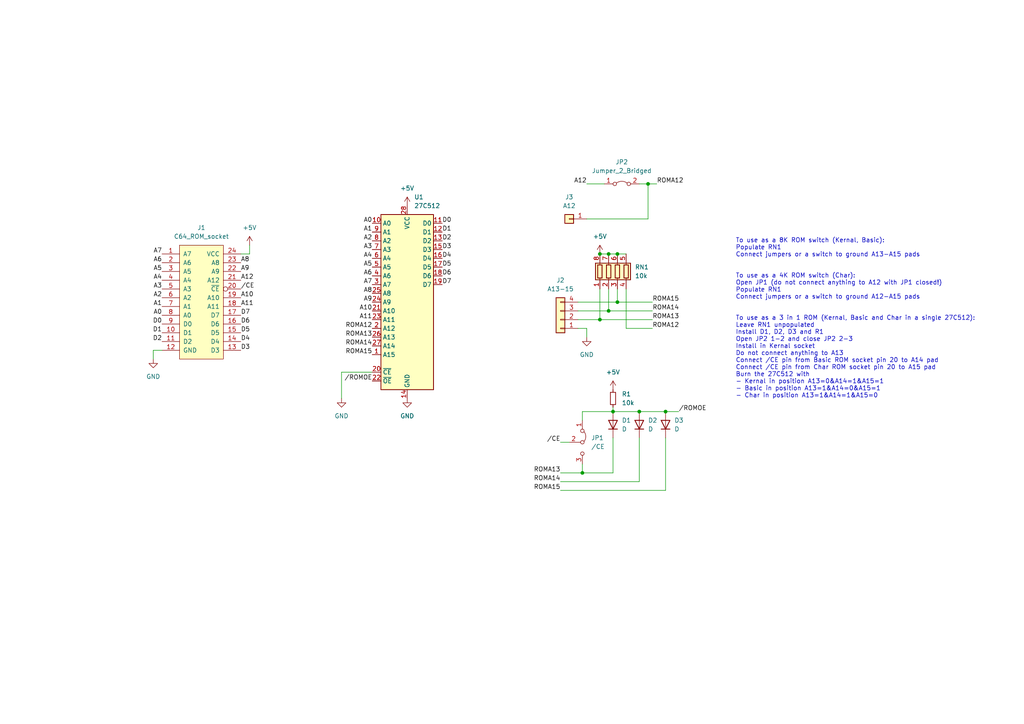
<source format=kicad_sch>
(kicad_sch (version 20230121) (generator eeschema)
  (paper "A4")
  (title_block (title "C64-ROM") (date "2023-02-19") (rev "v0.1") (company "FLACO 2023") (comment 1 "Adapted from https://github.com/SukkoPera/Open2327RomAdapter"))
  (lib_symbols
    (symbol "Connector_Generic:Conn_01x01" (pin_names (offset 1.016) hide)
      (property "Reference" "J" (at 0 2.54 0))
      (property "Value" "Conn_01x01" (at 0 -2.54 0))
      (symbol "Conn_01x01_1_1"
        (rectangle (start -1.27 0.127) (end 0 -0.127) (stroke (width 0.1524)))
        (rectangle (start -1.27 1.27) (end 1.27 -1.27) (stroke (width 0.254)) (fill (type background)))
        (pin passive line (at -5.08 0 0) (length 3.81) (name "Pin_1") (number "1"))
      )
    )
    (symbol "Connector_Generic:Conn_01x04" (pin_names (offset 1.016) hide)
      (property "Reference" "J" (at 0 5.08 0))
      (property "Value" "Conn_01x04" (at 0 -7.62 0))
      (symbol "Conn_01x04_1_1"
        (rectangle (start -1.27 -4.953) (end 0 -5.207) (stroke (width 0.1524)))
        (rectangle (start -1.27 -2.413) (end 0 -2.667) (stroke (width 0.1524)))
        (rectangle (start -1.27 0.127) (end 0 -0.127) (stroke (width 0.1524)))
        (rectangle (start -1.27 2.667) (end 0 2.413) (stroke (width 0.1524)))
        (rectangle (start -1.27 3.81) (end 1.27 -6.35) (stroke (width 0.254)) (fill (type background)))
        (pin passive line (at -5.08 2.54 0) (length 3.81) (name "Pin_1") (number "1"))
        (pin passive line (at -5.08 0 0) (length 3.81) (name "Pin_2") (number "2"))
        (pin passive line (at -5.08 -2.54 0) (length 3.81) (name "Pin_3") (number "3"))
        (pin passive line (at -5.08 -5.08 0) (length 3.81) (name "Pin_4") (number "4"))
      )
    )
    (symbol "Device:D" (pin_numbers hide) (pin_names (offset 1.016) hide)
      (property "Reference" "D" (at 0 2.54 0))
      (property "Value" "D" (at 0 -2.54 0))
      (symbol "D_0_1"
        (polyline (pts (xy -1.27 1.27) (xy -1.27 -1.27)) (stroke (width 0.254)))
        (polyline (pts (xy 1.27 0) (xy -1.27 0)))
        (polyline (pts (xy 1.27 1.27) (xy 1.27 -1.27) (xy -1.27 0) (xy 1.27 1.27)) (stroke (width 0.254)))
      )
      (symbol "D_1_1"
        (pin passive line (at -3.81 0 0) (length 2.54) (name "K") (number "1"))
        (pin passive line (at 3.81 0 180) (length 2.54) (name "A") (number "2"))
      )
    )
    (symbol "Device:R_Pack04" (pin_names (offset 0) hide)
      (property "Reference" "RN" (at -7.62 0 90))
      (property "Value" "R_Pack04" (at 5.08 0 90))
      (symbol "R_Pack04_0_1"
        (rectangle (start -6.35 -2.413) (end 3.81 2.413) (stroke (width 0.254)) (fill (type background)))
        (rectangle (start -5.715 1.905) (end -4.445 -1.905) (stroke (width 0.254)))
        (rectangle (start -3.175 1.905) (end -1.905 -1.905) (stroke (width 0.254)))
        (rectangle (start -0.635 1.905) (end 0.635 -1.905) (stroke (width 0.254)))
        (polyline (pts (xy -5.08 -2.54) (xy -5.08 -1.905)))
        (polyline (pts (xy -5.08 1.905) (xy -5.08 2.54)))
        (polyline (pts (xy -2.54 -2.54) (xy -2.54 -1.905)))
        (polyline (pts (xy -2.54 1.905) (xy -2.54 2.54)))
        (polyline (pts (xy 0 -2.54) (xy 0 -1.905)))
        (polyline (pts (xy 0 1.905) (xy 0 2.54)))
        (polyline (pts (xy 2.54 -2.54) (xy 2.54 -1.905)))
        (polyline (pts (xy 2.54 1.905) (xy 2.54 2.54)))
        (rectangle (start 1.905 1.905) (end 3.175 -1.905) (stroke (width 0.254)))
      )
      (symbol "R_Pack04_1_1"
        (pin passive line (at -5.08 -5.08 90) (length 2.54) (name "R1.1") (number "1"))
        (pin passive line (at -2.54 -5.08 90) (length 2.54) (name "R2.1") (number "2"))
        (pin passive line (at 0 -5.08 90) (length 2.54) (name "R3.1") (number "3"))
        (pin passive line (at 2.54 -5.08 90) (length 2.54) (name "R4.1") (number "4"))
        (pin passive line (at 2.54 5.08 270) (length 2.54) (name "R4.2") (number "5"))
        (pin passive line (at 0 5.08 270) (length 2.54) (name "R3.2") (number "6"))
        (pin passive line (at -2.54 5.08 270) (length 2.54) (name "R2.2") (number "7"))
        (pin passive line (at -5.08 5.08 270) (length 2.54) (name "R1.2") (number "8"))
      )
    )
    (symbol "Device:R_Small" (pin_numbers hide) (pin_names (offset 0.254) hide)
      (property "Reference" "R" (at 0.762 0.508 0))
      (property "Value" "R_Small" (at 0.762 -1.016 0))
      (symbol "R_Small_0_1"
        (rectangle (start -0.762 1.778) (end 0.762 -1.778) (stroke (width 0.2032)))
      )
      (symbol "R_Small_1_1"
        (pin passive line (at 0 2.54 270) (length 0.762) (name "~") (number "1"))
        (pin passive line (at 0 -2.54 90) (length 0.762) (name "~") (number "2"))
      )
    )
    (symbol "Jumper:Jumper_2_Bridged" (pin_names (offset 0) hide)
      (property "Reference" "JP" (at 0 1.905 0))
      (property "Value" "Jumper_2_Bridged" (at 0 -2.54 0))
      (symbol "Jumper_2_Bridged_0_0"
        (circle (center -2.032 0) (radius 0.508))
        (circle (center 2.032 0) (radius 0.508))
      )
      (symbol "Jumper_2_Bridged_0_1"
        (arc (start 1.524 0.254) (mid 0 0.762) (end -1.524 0.254))
      )
      (symbol "Jumper_2_Bridged_1_1"
        (pin passive line (at -5.08 0 0) (length 2.54) (name "A") (number "1"))
        (pin passive line (at 5.08 0 180) (length 2.54) (name "B") (number "2"))
      )
    )
    (symbol "Jumper:Jumper_3_Bridged12" (pin_names (offset 0) hide)
      (property "Reference" "JP" (at -2.54 -2.54 0))
      (property "Value" "Jumper_3_Bridged12" (at 0 2.794 0))
      (symbol "Jumper_3_Bridged12_0_0"
        (circle (center -3.302 0) (radius 0.508))
        (circle (center 0 0) (radius 0.508))
        (circle (center 3.302 0) (radius 0.508))
      )
      (symbol "Jumper_3_Bridged12_0_1"
        (arc (start -0.254 0.508) (mid -1.651 0.9912) (end -3.048 0.508))
        (polyline (pts (xy 0 -1.27) (xy 0 -0.508)))
      )
      (symbol "Jumper_3_Bridged12_1_1"
        (pin passive line (at -6.35 0 0) (length 2.54) (name "A") (number "1"))
        (pin passive line (at 0 -3.81 90) (length 2.54) (name "C") (number "2"))
        (pin passive line (at 6.35 0 180) (length 2.54) (name "B") (number "3"))
      )
    )
    (symbol "Memory_EPROM:27C512"
      (property "Reference" "U" (at -7.62 26.67 0))
      (property "Value" "27C512" (at 2.54 -26.67 0))
      (symbol "27C512_1_1"
        (rectangle (start -7.62 25.4) (end 7.62 -25.4) (stroke (width 0.254)) (fill (type background)))
        (pin input line (at -10.16 -15.24 0) (length 2.54) (name "A15") (number "1"))
        (pin input line (at -10.16 22.86 0) (length 2.54) (name "A0") (number "10"))
        (pin tri_state line (at 10.16 22.86 180) (length 2.54) (name "D0") (number "11"))
        (pin tri_state line (at 10.16 20.32 180) (length 2.54) (name "D1") (number "12"))
        (pin tri_state line (at 10.16 17.78 180) (length 2.54) (name "D2") (number "13"))
        (pin power_in line (at 0 -27.94 90) (length 2.54) (name "GND") (number "14"))
        (pin tri_state line (at 10.16 15.24 180) (length 2.54) (name "D3") (number "15"))
        (pin tri_state line (at 10.16 12.7 180) (length 2.54) (name "D4") (number "16"))
        (pin tri_state line (at 10.16 10.16 180) (length 2.54) (name "D5") (number "17"))
        (pin tri_state line (at 10.16 7.62 180) (length 2.54) (name "D6") (number "18"))
        (pin tri_state line (at 10.16 5.08 180) (length 2.54) (name "D7") (number "19"))
        (pin input line (at -10.16 -7.62 0) (length 2.54) (name "A12") (number "2"))
        (pin input line (at -10.16 -20.32 0) (length 2.54) (name "~{CE}") (number "20"))
        (pin input line (at -10.16 -2.54 0) (length 2.54) (name "A10") (number "21"))
        (pin input line (at -10.16 -22.86 0) (length 2.54) (name "~{OE}") (number "22"))
        (pin input line (at -10.16 -5.08 0) (length 2.54) (name "A11") (number "23"))
        (pin input line (at -10.16 0 0) (length 2.54) (name "A9") (number "24"))
        (pin input line (at -10.16 2.54 0) (length 2.54) (name "A8") (number "25"))
        (pin input line (at -10.16 -10.16 0) (length 2.54) (name "A13") (number "26"))
        (pin input line (at -10.16 -12.7 0) (length 2.54) (name "A14") (number "27"))
        (pin power_in line (at 0 27.94 270) (length 2.54) (name "VCC") (number "28"))
        (pin input line (at -10.16 5.08 0) (length 2.54) (name "A7") (number "3"))
        (pin input line (at -10.16 7.62 0) (length 2.54) (name "A6") (number "4"))
        (pin input line (at -10.16 10.16 0) (length 2.54) (name "A5") (number "5"))
        (pin input line (at -10.16 12.7 0) (length 2.54) (name "A4") (number "6"))
        (pin input line (at -10.16 15.24 0) (length 2.54) (name "A3") (number "7"))
        (pin input line (at -10.16 17.78 0) (length 2.54) (name "A2") (number "8"))
        (pin input line (at -10.16 20.32 0) (length 2.54) (name "A1") (number "9"))
      )
    )
    (symbol "Sassa:C64_ROM_socket" (pin_names (offset 1.016))
      (property "Reference" "J" (at 4.826 17.78 0))
      (property "Value" "C64_ROM_socket" (at 3.81 -17.907 0))
      (symbol "C64_ROM_socket_1_0"
        (rectangle (start -6.35 -16.51) (end 6.35 16.51) (fill (type background)))
      )
      (symbol "C64_ROM_socket_1_1"
        (pin output line (at -11.43 13.97 0) (length 5.08) (name "A7") (number "1"))
        (pin bidirectional line (at -11.43 -8.89 0) (length 5.08) (name "D1") (number "10"))
        (pin bidirectional line (at -11.43 -11.43 0) (length 5.08) (name "D2") (number "11"))
        (pin power_out line (at -11.43 -13.97 0) (length 5.08) (name "GND") (number "12"))
        (pin bidirectional line (at 11.43 -13.97 180) (length 5.08) (name "D3") (number "13"))
        (pin bidirectional line (at 11.43 -11.43 180) (length 5.08) (name "D4") (number "14"))
        (pin bidirectional line (at 11.43 -8.89 180) (length 5.08) (name "D5") (number "15"))
        (pin bidirectional line (at 11.43 -6.35 180) (length 5.08) (name "D6") (number "16"))
        (pin bidirectional line (at 11.43 -3.81 180) (length 5.08) (name "D7") (number "17"))
        (pin output line (at 11.43 -1.27 180) (length 5.08) (name "A11") (number "18"))
        (pin output line (at 11.43 1.27 180) (length 5.08) (name "A10") (number "19"))
        (pin output line (at -11.43 11.43 0) (length 5.08) (name "A6") (number "2"))
        (pin output inverted (at 11.43 3.81 180) (length 5.08) (name "~{CE}") (number "20"))
        (pin output line (at 11.43 6.35 180) (length 5.08) (name "A12") (number "21"))
        (pin output line (at 11.43 8.89 180) (length 5.08) (name "A9") (number "22"))
        (pin output line (at 11.43 11.43 180) (length 5.08) (name "A8") (number "23"))
        (pin power_out line (at 11.43 13.97 180) (length 5.08) (name "VCC") (number "24"))
        (pin output line (at -11.43 8.89 0) (length 5.08) (name "A5") (number "3"))
        (pin output line (at -11.43 6.35 0) (length 5.08) (name "A4") (number "4"))
        (pin output line (at -11.43 3.81 0) (length 5.08) (name "A3") (number "5"))
        (pin output line (at -11.43 1.27 0) (length 5.08) (name "A2") (number "6"))
        (pin output line (at -11.43 -1.27 0) (length 5.08) (name "A1") (number "7"))
        (pin output line (at -11.43 -3.81 0) (length 5.08) (name "A0") (number "8"))
        (pin bidirectional line (at -11.43 -6.35 0) (length 5.08) (name "D0") (number "9"))
      )
    )
    (symbol "power:+5V" (power) (pin_names (offset 0))
      (property "Value" "+5V" (at 0 3.556 0))
      (symbol "+5V_0_1"
        (polyline (pts (xy -0.762 1.27) (xy 0 2.54)))
        (polyline (pts (xy 0 0) (xy 0 2.54)))
        (polyline (pts (xy 0 2.54) (xy 0.762 1.27)))
      )
      (symbol "+5V_1_1"
        (pin power_in line (at 0 0 90) (length 0) hide (name "+5V") (number "1"))
      )
    )
    (symbol "power:GND" (power) (pin_names (offset 0))
      (property "Value" "GND" (at 0 -3.81 0))
      (symbol "GND_0_1"
        (polyline (pts (xy 0 0) (xy 0 -1.27) (xy 1.27 -1.27) (xy 0 -2.54) (xy -1.27 -1.27) (xy 0 -1.27)))
      )
      (symbol "GND_1_1"
        (pin power_in line (at 0 0 270) (length 0) hide (name "GND") (number "1"))
      )
    )
  )
  (junction (at 173.99 92.71))
  (junction (at 179.07 87.63))
  (junction (at 187.96 53.34))
  (junction (at 185.42 119.38))
  (junction (at 179.07 73.66))
  (junction (at 168.91 137.16))
  (junction (at 176.53 90.17))
  (junction (at 176.53 73.66))
  (junction (at 173.99 73.66))
  (junction (at 193.04 119.38))
  (junction (at 177.8 119.38))
  (wire (pts (xy 185.42 139.7) (xy 185.42 127)))
  (wire (pts (xy 46.99 101.6) (xy 44.45 101.6)))
  (wire (pts (xy 177.8 127) (xy 177.8 137.16)))
  (wire (pts (xy 162.56 128.27) (xy 165.1 128.27)))
  (wire (pts (xy 179.07 87.63) (xy 189.23 87.63)))
  (wire (pts (xy 173.99 92.71) (xy 189.23 92.71)))
  (wire (pts (xy 167.64 95.25) (xy 170.18 95.25)))
  (wire (pts (xy 187.96 53.34) (xy 190.5 53.34)))
  (wire (pts (xy 162.56 139.7) (xy 185.42 139.7)))
  (wire (pts (xy 187.96 63.5) (xy 187.96 53.34)))
  (wire (pts (xy 170.18 53.34) (xy 175.26 53.34)))
  (wire (pts (xy 167.64 90.17) (xy 176.53 90.17)))
  (wire (pts (xy 168.91 137.16) (xy 177.8 137.16)))
  (wire (pts (xy 176.53 73.66) (xy 179.07 73.66)))
  (wire (pts (xy 193.04 119.38) (xy 196.85 119.38)))
  (wire (pts (xy 170.18 95.25) (xy 170.18 97.79)))
  (wire (pts (xy 173.99 83.82) (xy 173.99 92.71)))
  (wire (pts (xy 107.95 107.95) (xy 99.06 107.95)))
  (wire (pts (xy 167.64 87.63) (xy 179.07 87.63)))
  (wire (pts (xy 173.99 73.66) (xy 176.53 73.66)))
  (wire (pts (xy 179.07 83.82) (xy 179.07 87.63)))
  (wire (pts (xy 177.8 119.38) (xy 185.42 119.38)))
  (wire (pts (xy 185.42 119.38) (xy 193.04 119.38)))
  (wire (pts (xy 181.61 83.82) (xy 181.61 95.25)))
  (wire (pts (xy 177.8 118.11) (xy 177.8 119.38)))
  (wire (pts (xy 176.53 83.82) (xy 176.53 90.17)))
  (wire (pts (xy 99.06 107.95) (xy 99.06 115.57)))
  (wire (pts (xy 168.91 119.38) (xy 177.8 119.38)))
  (wire (pts (xy 167.64 92.71) (xy 173.99 92.71)))
  (wire (pts (xy 168.91 134.62) (xy 168.91 137.16)))
  (wire (pts (xy 181.61 95.25) (xy 189.23 95.25)))
  (wire (pts (xy 69.85 73.66) (xy 72.39 73.66)))
  (wire (pts (xy 72.39 73.66) (xy 72.39 71.12)))
  (wire (pts (xy 193.04 142.24) (xy 193.04 127)))
  (wire (pts (xy 176.53 90.17) (xy 189.23 90.17)))
  (wire (pts (xy 168.91 121.92) (xy 168.91 119.38)))
  (wire (pts (xy 179.07 73.66) (xy 181.61 73.66)))
  (wire (pts (xy 162.56 137.16) (xy 168.91 137.16)))
  (wire (pts (xy 170.18 63.5) (xy 187.96 63.5)))
  (wire (pts (xy 185.42 53.34) (xy 187.96 53.34)))
  (wire (pts (xy 162.56 142.24) (xy 193.04 142.24)))
  (wire (pts (xy 44.45 101.6) (xy 44.45 104.14)))
  (text "To use as a 8K ROM switch (Kernal, Basic):\nPopulate RN1\nConnect jumpers or a switch to ground A13-A15 pads\n\n\nTo use as a 4K ROM switch (Char):\nOpen JP1 (do not connect anything to A12 with JP1 closed!)\nPopulate RN1\nConnect jumpers or a switch to ground A12-A15 pads\n\n\nTo use as a 3 in 1 ROM (Kernal, Basic and Char in a single 27C512):\nLeave RN1 unpopulated\nInstall D1, D2, D3 and R1\nOpen JP2 1-2 and close JP2 2-3\nInstall in Kernal socket\nDo not connect anything to A13\nConnect /CE pin from Basic ROM socket pin 20 to A14 pad\nConnect /CE pin from Char ROM socket pin 20 to A15 pad\nBurn the 27C512 with \n- Kernal in position A13=0&A14=1&A15=1\n- Basic in position A13=1&A14=0&A15=1\n- Char in position A13=1&A14=1&A15=0" (at 213.36 115.57 0) (effects (font (size 1.27 1.27)) (justify left bottom)))
  (label "D5" (at 128.27 77.47 0))
  (label "ROMA14" (at 162.56 139.7 180))
  (label "ROMA14" (at 189.23 90.17 0))
  (label "A3" (at 46.99 83.82 180))
  (label "D5" (at 69.85 96.52 0))
  (label "A3" (at 107.95 72.39 180))
  (label "D0" (at 46.99 93.98 180))
  (label "D4" (at 69.85 99.06 0))
  (label "D3" (at 69.85 101.6 0))
  (label "{slash}ROMOE" (at 107.95 110.49 180))
  (label "A8" (at 107.95 85.09 180))
  (label "A11" (at 69.85 88.9 0))
  (label "A4" (at 46.99 81.28 180))
  (label "A4" (at 107.95 74.93 180))
  (label "ROMA12" (at 107.95 95.25 180))
  (label "A9" (at 69.85 78.74 0))
  (label "A10" (at 107.95 90.17 180))
  (label "ROMA12" (at 189.23 95.25 0))
  (label "A11" (at 107.95 92.71 180))
  (label "ROMA13" (at 189.23 92.71 0))
  (label "A9" (at 107.95 87.63 180))
  (label "A1" (at 107.95 67.31 180))
  (label "A7" (at 46.99 73.66 180))
  (label "A2" (at 107.95 69.85 180))
  (label "A6" (at 107.95 80.01 180))
  (label "D7" (at 128.27 82.55 0))
  (label "D2" (at 46.99 99.06 180))
  (label "A12" (at 69.85 81.28 0))
  (label "ROMA15" (at 162.56 142.24 180))
  (label "ROMA14" (at 107.95 100.33 180))
  (label "D6" (at 69.85 93.98 0))
  (label "D4" (at 128.27 74.93 0))
  (label "{slash}CE" (at 69.85 83.82 0))
  (label "A10" (at 69.85 86.36 0))
  (label "ROMA15" (at 107.95 102.87 180))
  (label "D1" (at 46.99 96.52 180))
  (label "{slash}ROMOE" (at 196.85 119.38 0))
  (label "A5" (at 107.95 77.47 180))
  (label "{slash}CE" (at 162.56 128.27 180))
  (label "A5" (at 46.99 78.74 180))
  (label "D6" (at 128.27 80.01 0))
  (label "A0" (at 46.99 91.44 180))
  (label "A6" (at 46.99 76.2 180))
  (label "A7" (at 107.95 82.55 180))
  (label "ROMA12" (at 190.5 53.34 0))
  (label "ROMA13" (at 107.95 97.79 180))
  (label "A0" (at 107.95 64.77 180))
  (label "A8" (at 69.85 76.2 0))
  (label "D2" (at 128.27 69.85 0))
  (label "D3" (at 128.27 72.39 0))
  (label "D0" (at 128.27 64.77 0))
  (label "D1" (at 128.27 67.31 0))
  (label "D7" (at 69.85 91.44 0))
  (label "ROMA13" (at 162.56 137.16 180))
  (label "A2" (at 46.99 86.36 180))
  (label "A1" (at 46.99 88.9 180))
  (label "ROMA15" (at 189.23 87.63 0))
  (label "A12" (at 170.18 53.34 180))
  (symbol (lib_id "power:+5V") (at 177.8 113.03 0) (unit 1)
    (property "Reference" "#PWR08" (effects hide))
    (property "Value" "+5V" (at 177.8 107.95 0))
  )
  (symbol (lib_id "Device:D") (at 193.04 123.19 90) (unit 1)
    (property "Reference" "D3" (at 195.58 121.9199 90) (effects (justify right)))
    (property "Value" "D" (at 195.58 124.4599 90) (effects (justify right)))
    (property "Footprint" "Diode_SMD:D_0805_2012Metric" (effects hide))
    (property "Sim.Device" "D" (effects hide))
    (property "Sim.Pins" "1=K 2=A" (effects hide))
  )
  (symbol (lib_id "power:GND") (at 170.18 97.79 0) (unit 1)
    (property "Reference" "#PWR06" (effects hide))
    (property "Value" "GND" (at 170.18 102.87 0))
  )
  (symbol (lib_id "power:+5V") (at 72.39 71.12 0) (unit 1)
    (property "Reference" "#PWR02" (effects hide))
    (property "Value" "+5V" (at 72.39 66.04 0))
  )
  (symbol (lib_id "Jumper:Jumper_2_Bridged") (at 180.34 53.34 0) (unit 1)
    (property "Reference" "JP2" (at 180.34 46.99 0))
    (property "Value" "Jumper_2_Bridged" (at 180.34 49.53 0))
    (property "Footprint" "Jumper:SolderJumper-2_P1.3mm_Bridged_RoundedPad1.0x1.5mm" (effects hide))
  )
  (symbol (lib_id "Connector_Generic:Conn_01x01") (at 165.1 63.5 180) (unit 1)
    (property "Reference" "J3" (at 165.1 57.15 0))
    (property "Value" "A12" (at 165.1 59.69 0))
    (property "Footprint" "Sassa:TestPoint_THTPad_D1.7mm_Drill1.0mm" (effects hide))
  )
  (symbol (lib_id "power:GND") (at 118.11 115.57 0) (unit 1)
    (property "Reference" "#PWR05" (effects hide))
    (property "Value" "GND" (at 118.11 120.65 0))
  )
  (symbol (lib_id "Device:D") (at 185.42 123.19 90) (unit 1)
    (property "Reference" "D2" (at 187.96 121.9199 90) (effects (justify right)))
    (property "Value" "D" (at 187.96 124.4599 90) (effects (justify right)))
    (property "Footprint" "Diode_SMD:D_0805_2012Metric" (effects hide))
    (property "Sim.Device" "D" (effects hide))
    (property "Sim.Pins" "1=K 2=A" (effects hide))
  )
  (symbol (lib_id "power:GND") (at 44.45 104.14 0) (unit 1)
    (property "Reference" "#PWR01" (effects hide))
    (property "Value" "GND" (at 44.45 109.22 0))
  )
  (symbol (lib_id "Device:R_Pack04") (at 179.07 78.74 0) (unit 1)
    (property "Reference" "RN1" (at 184.15 77.4699 0) (effects (justify left)))
    (property "Value" "10k" (at 184.15 80.0099 0) (effects (justify left)))
    (property "Footprint" "Resistor_SMD:R_Array_Convex_4x0603" (effects hide))
  )
  (symbol (lib_id "Memory_EPROM:27C512") (at 118.11 87.63 0) (unit 1)
    (property "Reference" "U1" (at 120.1294 57.15 0) (effects (justify left)))
    (property "Value" "27C512" (at 120.1294 59.69 0) (effects (justify left)))
    (property "Footprint" "Package_DIP:DIP-28_W15.24mm" (effects hide))
    (property "Datasheet" "http://ww1.microchip.com/downloads/en/DeviceDoc/doc0015.pdf" (effects hide))
  )
  (symbol (lib_id "Sassa:C64_ROM_socket") (at 58.42 87.63 0) (unit 1)
    (property "Reference" "J1" (at 58.42 66.04 0))
    (property "Value" "C64_ROM_socket" (at 58.42 68.58 0))
    (property "Footprint" "Package_DIP:DIP-24_W15.24mm" (effects hide))
    (property "Datasheet" "DOCUMENTATION" (effects hide))
  )
  (symbol (lib_id "power:+5V") (at 173.99 73.66 0) (unit 1)
    (property "Reference" "#PWR07" (effects hide))
    (property "Value" "+5V" (at 173.99 68.58 0))
  )
  (symbol (lib_id "Device:R_Small") (at 177.8 115.57 0) (unit 1)
    (property "Reference" "R1" (at 180.34 114.2999 0) (effects (justify left)))
    (property "Value" "10k" (at 180.34 116.8399 0) (effects (justify left)))
    (property "Footprint" "Resistor_SMD:R_0805_2012Metric" (effects hide))
  )
  (symbol (lib_id "Connector_Generic:Conn_01x04") (at 162.56 92.71 180) (unit 1)
    (property "Reference" "J2" (at 162.56 81.28 0))
    (property "Value" "A13-15" (at 162.56 83.82 0))
    (property "Footprint" "Connector_PinHeader_2.54mm:PinHeader_1x04_P2.54mm_Vertical" (effects hide))
  )
  (symbol (lib_id "Device:D") (at 177.8 123.19 90) (unit 1)
    (property "Reference" "D1" (at 180.34 121.9199 90) (effects (justify right)))
    (property "Value" "D" (at 180.34 124.4599 90) (effects (justify right)))
    (property "Footprint" "Diode_SMD:D_0805_2012Metric" (effects hide))
    (property "Sim.Device" "D" (effects hide))
    (property "Sim.Pins" "1=K 2=A" (effects hide))
  )
  (symbol (lib_id "Jumper:Jumper_3_Bridged12") (at 168.91 128.27 270) (unit 1)
    (property "Reference" "JP1" (at 171.45 126.9999 90) (effects (justify left)))
    (property "Value" "/CE" (at 171.45 129.5399 90) (effects (justify left)))
    (property "Footprint" "Jumper:SolderJumper-3_P1.3mm_Bridged12_RoundedPad1.0x1.5mm_NumberLabels" (effects hide))
  )
  (symbol (lib_id "power:GND") (at 99.06 115.57 0) (unit 1)
    (property "Reference" "#PWR03" (effects hide))
    (property "Value" "GND" (at 99.06 120.65 0))
  )
  (symbol (lib_id "power:+5V") (at 118.11 59.69 0) (unit 1)
    (property "Reference" "#PWR04" (effects hide))
    (property "Value" "+5V" (at 118.11 54.61 0))
  )
)
</source>
